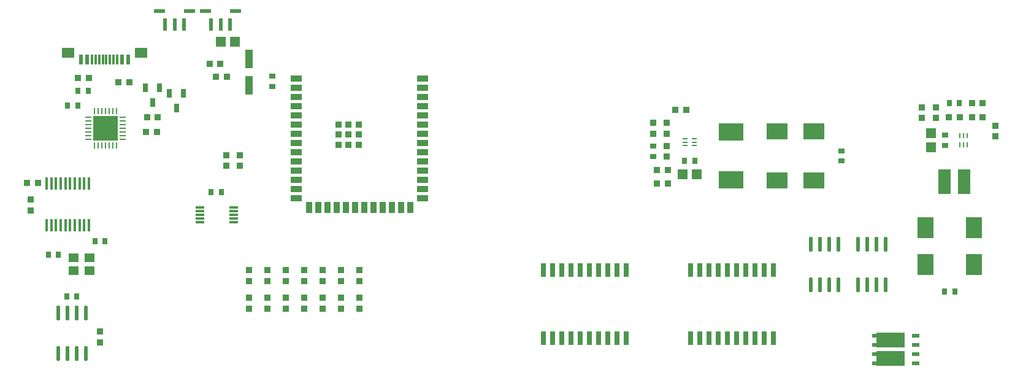
<source format=gtp>
G04 #@! TF.GenerationSoftware,KiCad,Pcbnew,8.0.6*
G04 #@! TF.CreationDate,2025-05-06T21:58:27+02:00*
G04 #@! TF.ProjectId,VCU2.0,56435532-2e30-42e6-9b69-6361645f7063,rev?*
G04 #@! TF.SameCoordinates,Original*
G04 #@! TF.FileFunction,Paste,Top*
G04 #@! TF.FilePolarity,Positive*
%FSLAX46Y46*%
G04 Gerber Fmt 4.6, Leading zero omitted, Abs format (unit mm)*
G04 Created by KiCad (PCBNEW 8.0.6) date 2025-05-06 21:58:27*
%MOMM*%
%LPD*%
G01*
G04 APERTURE LIST*
%ADD10R,0.700000X1.925000*%
%ADD11R,0.600000X1.700000*%
%ADD12R,1.524003X0.600000*%
%ADD13R,1.000000X0.600000*%
%ADD14R,3.900000X2.100000*%
%ADD15O,0.588011X2.045009*%
%ADD16R,0.806477X0.864008*%
%ADD17R,0.864008X0.806477*%
%ADD18R,0.900000X0.800000*%
%ADD19R,0.800000X0.900000*%
%ADD20R,1.750013X3.500000*%
%ADD21R,1.410008X1.350013*%
%ADD22R,1.400000X1.200000*%
%ADD23R,0.680010X0.280010*%
%ADD24R,3.000000X2.300000*%
%ADD25R,2.300000X3.000000*%
%ADD26R,3.350013X3.350013*%
%ADD27R,0.905004X0.280010*%
%ADD28R,0.280010X0.905004*%
%ADD29O,0.364008X1.742012*%
%ADD30R,3.420015X2.424003*%
%ADD31R,0.300000X1.450013*%
%ADD32R,0.600000X1.450013*%
%ADD33R,1.800000X1.450013*%
%ADD34R,0.700000X1.250013*%
%ADD35R,1.500000X0.900000*%
%ADD36R,0.900000X1.500000*%
%ADD37R,0.900000X0.900000*%
%ADD38R,0.280010X0.680010*%
%ADD39R,1.100000X2.600000*%
%ADD40R,1.300000X0.300000*%
%ADD41R,1.350013X1.410008*%
G04 APERTURE END LIST*
D10*
G04 #@! TO.C,IC603*
X130175000Y-143510000D03*
X128905000Y-143510000D03*
X127635000Y-143510000D03*
X126365000Y-143510000D03*
X125095000Y-143510000D03*
X123825000Y-143510000D03*
X122555000Y-143510000D03*
X121285000Y-143510000D03*
X120015000Y-143510000D03*
X118745000Y-143510000D03*
X118745000Y-152934000D03*
X120015000Y-152934000D03*
X121285000Y-152934000D03*
X122555000Y-152934000D03*
X123825000Y-152934000D03*
X125095000Y-152934000D03*
X126365000Y-152934000D03*
X127635000Y-152934000D03*
X128905000Y-152934000D03*
X130175000Y-152934000D03*
G04 #@! TD*
G04 #@! TO.C,IC602*
X109855000Y-143510000D03*
X108585000Y-143510000D03*
X107315000Y-143510000D03*
X106045000Y-143510000D03*
X104775000Y-143510000D03*
X103505000Y-143510000D03*
X102235000Y-143510000D03*
X100965000Y-143510000D03*
X99695000Y-143510000D03*
X98425000Y-143510000D03*
X98425000Y-152934000D03*
X99695000Y-152934000D03*
X100965000Y-152934000D03*
X102235000Y-152934000D03*
X103505000Y-152934000D03*
X104775000Y-152934000D03*
X106045000Y-152934000D03*
X107315000Y-152934000D03*
X108585000Y-152934000D03*
X109855000Y-152934000D03*
G04 #@! TD*
D11*
G04 #@! TO.C,U307*
X52572917Y-109661987D03*
X53848000Y-109661987D03*
X55123083Y-109661987D03*
D12*
X51786024Y-107762064D03*
X55909976Y-107762064D03*
G04 #@! TD*
D11*
G04 #@! TO.C,U306*
X46222917Y-109661987D03*
X47498000Y-109661987D03*
X48773083Y-109661987D03*
D12*
X45436024Y-107762064D03*
X49559976Y-107762064D03*
G04 #@! TD*
D13*
G04 #@! TO.C,U603*
X144282180Y-152527072D03*
X144282180Y-153797075D03*
X144282180Y-155067077D03*
X144281926Y-156337080D03*
D14*
X146336028Y-153164106D03*
X146336028Y-155700047D03*
D13*
X149850125Y-152527072D03*
X149850125Y-153797075D03*
X149850125Y-155067077D03*
X149850125Y-156337080D03*
G04 #@! TD*
D15*
G04 #@! TO.C,U602*
X135304958Y-145520416D03*
X136574961Y-145520416D03*
X137844963Y-145520416D03*
X139114966Y-145520416D03*
X135304958Y-139975584D03*
X136574961Y-139975584D03*
X137844963Y-139975584D03*
X139114966Y-139975584D03*
G04 #@! TD*
G04 #@! TO.C,U601*
X141858996Y-145520416D03*
X143128999Y-145520416D03*
X144399001Y-145520416D03*
X145669004Y-145520416D03*
X141858996Y-139975584D03*
X143128999Y-139975584D03*
X144399001Y-139975584D03*
X145669004Y-139975584D03*
G04 #@! TD*
D16*
G04 #@! TO.C,R212*
X155899401Y-122420472D03*
X154392669Y-122420472D03*
G04 #@! TD*
D17*
G04 #@! TO.C,R407*
X65405000Y-147320000D03*
X65405000Y-148826732D03*
G04 #@! TD*
D16*
G04 #@! TO.C,R210*
X157567669Y-122420472D03*
X159074401Y-122420472D03*
G04 #@! TD*
D17*
G04 #@! TO.C,R206*
X115451634Y-126373634D03*
X115451634Y-127880366D03*
G04 #@! TD*
D18*
G04 #@! TO.C,C303*
X60960000Y-118175025D03*
X60960000Y-116774975D03*
G04 #@! TD*
D19*
G04 #@! TO.C,C202*
X117926609Y-128397000D03*
X119326659Y-128397000D03*
G04 #@! TD*
G04 #@! TO.C,C305*
X34163000Y-120777000D03*
X32762950Y-120777000D03*
G04 #@! TD*
D20*
G04 #@! TO.C,L202*
X153771130Y-131310472D03*
X156520940Y-131310472D03*
G04 #@! TD*
D21*
G04 #@! TO.C,C201*
X117626634Y-130302000D03*
X119626634Y-130302000D03*
G04 #@! TD*
D17*
G04 #@! TO.C,R409*
X70485000Y-147320000D03*
X70485000Y-148826732D03*
G04 #@! TD*
G04 #@! TO.C,R204*
X115451634Y-124705366D03*
X115451634Y-123198634D03*
G04 #@! TD*
D16*
G04 #@! TO.C,R307*
X39759634Y-117602000D03*
X41266366Y-117602000D03*
G04 #@! TD*
D22*
G04 #@! TO.C,X401*
X35760159Y-141847955D03*
X33560007Y-141847955D03*
X33560007Y-143547981D03*
X35760159Y-143547981D03*
G04 #@! TD*
D17*
G04 #@! TO.C,R403*
X37200083Y-153492968D03*
X37200083Y-151986236D03*
G04 #@! TD*
D21*
G04 #@! TO.C,C301*
X55864000Y-112014000D03*
X53864000Y-112014000D03*
G04 #@! TD*
D23*
G04 #@! TO.C,U201*
X117986629Y-126356975D03*
X117986629Y-125857102D03*
X117986629Y-125356975D03*
X119266791Y-125356975D03*
X119266791Y-125857102D03*
X119266791Y-126356975D03*
G04 #@! TD*
D24*
G04 #@! TO.C,C204*
X130691634Y-124409574D03*
X130691634Y-131114426D03*
G04 #@! TD*
G04 #@! TO.C,C205*
X135771634Y-124409574D03*
X135771634Y-131114426D03*
G04 #@! TD*
D17*
G04 #@! TO.C,R202*
X113546634Y-123198634D03*
X113546634Y-124705366D03*
G04 #@! TD*
D16*
G04 #@! TO.C,R203*
X115570000Y-131572000D03*
X114063268Y-131572000D03*
G04 #@! TD*
D25*
G04 #@! TO.C,C211*
X157863461Y-142740472D03*
X151158609Y-142740472D03*
G04 #@! TD*
D17*
G04 #@! TO.C,R405*
X60325000Y-147320000D03*
X60325000Y-148826732D03*
G04 #@! TD*
G04 #@! TO.C,R209*
X150701035Y-122538838D03*
X150701035Y-121032106D03*
G04 #@! TD*
G04 #@! TO.C,R415*
X67945000Y-143510000D03*
X67945000Y-145016732D03*
G04 #@! TD*
D26*
G04 #@! TO.C,U303*
X37973000Y-123952000D03*
D27*
X40350445Y-122452127D03*
X40350445Y-122952000D03*
X40350445Y-123452127D03*
X40350445Y-123952000D03*
X40350445Y-124452127D03*
X40350445Y-124952000D03*
X40350445Y-125452127D03*
D28*
X39472873Y-126329445D03*
X38973000Y-126329445D03*
X38472873Y-126329445D03*
X37973000Y-126329445D03*
X37472873Y-126329445D03*
X36973000Y-126329445D03*
X36472873Y-126329445D03*
D27*
X35595555Y-125452127D03*
X35595555Y-124952000D03*
X35595555Y-124452127D03*
X35595555Y-123952000D03*
X35595555Y-123452127D03*
X35595555Y-122952000D03*
X35595555Y-122452127D03*
D28*
X36472873Y-121574555D03*
X36973000Y-121574555D03*
X37472873Y-121574555D03*
X37973000Y-121574555D03*
X38472873Y-121574555D03*
X38973000Y-121574555D03*
X39472873Y-121574555D03*
G04 #@! TD*
D19*
G04 #@! TO.C,C212*
X155211060Y-146504702D03*
X153811010Y-146504702D03*
G04 #@! TD*
D16*
G04 #@! TO.C,R205*
X114063268Y-129667000D03*
X115570000Y-129667000D03*
G04 #@! TD*
G04 #@! TO.C,R301*
X54728366Y-116840000D03*
X53221634Y-116840000D03*
G04 #@! TD*
G04 #@! TO.C,R201*
X116603268Y-121412000D03*
X118110000Y-121412000D03*
G04 #@! TD*
D17*
G04 #@! TO.C,R211*
X152606035Y-122538838D03*
X152606035Y-121032106D03*
G04 #@! TD*
D29*
G04 #@! TO.C,U402*
X29830013Y-137313936D03*
X30480000Y-137313936D03*
X31129988Y-137313936D03*
X31779975Y-137313936D03*
X32430216Y-137313936D03*
X33080204Y-137313936D03*
X33730191Y-137313936D03*
X34380178Y-137313936D03*
X35030166Y-137313936D03*
X35680153Y-137313936D03*
X35680153Y-131572000D03*
X35030166Y-131572000D03*
X34380178Y-131572000D03*
X33730191Y-131572000D03*
X33080204Y-131572000D03*
X32430216Y-131572000D03*
X31779975Y-131572000D03*
X31129988Y-131572000D03*
X30480000Y-131572000D03*
X29830013Y-131572000D03*
G04 #@! TD*
D17*
G04 #@! TO.C,R406*
X62865000Y-147320000D03*
X62865000Y-148826732D03*
G04 #@! TD*
G04 #@! TO.C,R303*
X54610000Y-129141732D03*
X54610000Y-127635000D03*
G04 #@! TD*
G04 #@! TO.C,R417*
X73025000Y-143510000D03*
X73025000Y-145016732D03*
G04 #@! TD*
D30*
G04 #@! TO.C,L201*
X124341634Y-131040131D03*
X124341634Y-124483869D03*
G04 #@! TD*
D17*
G04 #@! TO.C,R412*
X60325000Y-143510000D03*
X60325000Y-145016732D03*
G04 #@! TD*
D31*
G04 #@! TO.C,U305*
X39597926Y-114441894D03*
X38597926Y-114441894D03*
X37097799Y-114441894D03*
X36097799Y-114441894D03*
D32*
X34597977Y-114441894D03*
X35397977Y-114441894D03*
D31*
X36597926Y-114441894D03*
X37597926Y-114441894D03*
X38097799Y-114441894D03*
X39097799Y-114441894D03*
D32*
X40297977Y-114441894D03*
X41097977Y-114441894D03*
D33*
X32778013Y-113527010D03*
X42917967Y-113527010D03*
G04 #@! TD*
D19*
G04 #@! TO.C,C402*
X37900108Y-139522968D03*
X36500058Y-139522968D03*
G04 #@! TD*
D17*
G04 #@! TO.C,R414*
X65405000Y-143510000D03*
X65405000Y-145016732D03*
G04 #@! TD*
D19*
G04 #@! TO.C,C209*
X154446010Y-120515472D03*
X155846060Y-120515472D03*
G04 #@! TD*
D18*
G04 #@! TO.C,C206*
X139581634Y-127061975D03*
X139581634Y-128462025D03*
G04 #@! TD*
D34*
G04 #@! TO.C,U302*
X48701962Y-119142000D03*
X46802038Y-119142000D03*
X47752000Y-121142000D03*
G04 #@! TD*
D16*
G04 #@! TO.C,R304*
X52324000Y-115062000D03*
X53830732Y-115062000D03*
G04 #@! TD*
D17*
G04 #@! TO.C,R408*
X67945000Y-147320000D03*
X67945000Y-148826732D03*
G04 #@! TD*
D16*
G04 #@! TO.C,R305*
X45203366Y-122428000D03*
X43696634Y-122428000D03*
G04 #@! TD*
D18*
G04 #@! TO.C,C208*
X153876035Y-124895447D03*
X153876035Y-126295497D03*
G04 #@! TD*
D19*
G04 #@! TO.C,C404*
X53975000Y-132715000D03*
X52574950Y-132715000D03*
G04 #@! TD*
D16*
G04 #@! TO.C,R401*
X27175717Y-131521968D03*
X28682449Y-131521968D03*
G04 #@! TD*
D17*
G04 #@! TO.C,R410*
X73025000Y-147320000D03*
X73025000Y-148826732D03*
G04 #@! TD*
D16*
G04 #@! TO.C,R208*
X159074401Y-120515472D03*
X157567669Y-120515472D03*
G04 #@! TD*
D17*
G04 #@! TO.C,R404*
X57785000Y-147320000D03*
X57785000Y-148826732D03*
G04 #@! TD*
D15*
G04 #@! TO.C,U401*
X35295087Y-149450552D03*
X34025084Y-149450552D03*
X32755082Y-149450552D03*
X31485079Y-149450552D03*
X31485079Y-154995384D03*
X32755082Y-154995384D03*
X34025084Y-154995384D03*
X35295087Y-154995384D03*
G04 #@! TD*
D18*
G04 #@! TO.C,C203*
X113546634Y-127827025D03*
X113546634Y-126426975D03*
G04 #@! TD*
D25*
G04 #@! TO.C,C210*
X157863461Y-137660472D03*
X151158609Y-137660472D03*
G04 #@! TD*
D17*
G04 #@! TO.C,R302*
X56515000Y-129141732D03*
X56515000Y-127635000D03*
G04 #@! TD*
D35*
G04 #@! TO.C,U301*
X64274936Y-117098542D03*
X64274936Y-118368545D03*
X64274936Y-119638547D03*
X64274936Y-120908550D03*
X64274936Y-122178552D03*
X64274936Y-123448555D03*
X64274936Y-124718557D03*
X64274936Y-125988560D03*
X64274936Y-127258563D03*
X64274936Y-128528565D03*
X64274936Y-129798568D03*
X64274936Y-131068570D03*
X64274936Y-132338573D03*
X64274936Y-133608575D03*
D36*
X66039986Y-134888484D03*
X67309989Y-134888484D03*
X68579991Y-134888484D03*
X69849994Y-134888484D03*
X71119996Y-134888484D03*
X72389999Y-134888484D03*
X73660001Y-134888484D03*
X74930004Y-134888484D03*
X76200006Y-134888484D03*
X77470009Y-134888484D03*
X78740011Y-134888484D03*
X80010014Y-134858512D03*
D35*
X81775064Y-133608575D03*
X81775064Y-132338573D03*
X81775064Y-131068570D03*
X81775064Y-129798568D03*
X81775064Y-128528565D03*
X81775064Y-127258563D03*
X81775064Y-125988560D03*
X81775064Y-124718557D03*
X81775064Y-123448555D03*
X81775064Y-122178552D03*
X81775064Y-120908550D03*
X81775064Y-119638547D03*
X81775064Y-118368545D03*
X81775064Y-117098542D03*
D37*
X70124822Y-123418583D03*
X70124822Y-124818634D03*
X70124822Y-126218684D03*
X71524873Y-123418583D03*
X71524873Y-124818634D03*
X71524873Y-126218684D03*
X72924924Y-123418583D03*
X72924924Y-124818634D03*
X72924924Y-126218684D03*
G04 #@! TD*
D38*
G04 #@! TO.C,U202*
X155916060Y-124955467D03*
X156415933Y-124955467D03*
X156916060Y-124955467D03*
X156916060Y-126235629D03*
X156415933Y-126235629D03*
X155916060Y-126235629D03*
G04 #@! TD*
D19*
G04 #@! TO.C,C401*
X32625033Y-147142968D03*
X34025083Y-147142968D03*
G04 #@! TD*
G04 #@! TO.C,C403*
X30085033Y-141427968D03*
X31485083Y-141427968D03*
G04 #@! TD*
D17*
G04 #@! TO.C,R416*
X70485000Y-143510000D03*
X70485000Y-145016732D03*
G04 #@! TD*
G04 #@! TO.C,R413*
X62865000Y-143510000D03*
X62865000Y-145016732D03*
G04 #@! TD*
G04 #@! TO.C,R411*
X57785000Y-143510000D03*
X57785000Y-145016732D03*
G04 #@! TD*
D19*
G04 #@! TO.C,C304*
X34200194Y-118775303D03*
X35600244Y-118775303D03*
G04 #@! TD*
D16*
G04 #@! TO.C,R308*
X34163000Y-116967000D03*
X35669732Y-116967000D03*
G04 #@! TD*
D34*
G04 #@! TO.C,U304*
X45399962Y-118380000D03*
X43500038Y-118380000D03*
X44450000Y-120380000D03*
G04 #@! TD*
D39*
G04 #@! TO.C,C302*
X57785000Y-118004975D03*
X57785000Y-114405025D03*
G04 #@! TD*
D40*
G04 #@! TO.C,U403*
X50989987Y-134890127D03*
X50989987Y-135390000D03*
X50989987Y-135889873D03*
X50989987Y-136390000D03*
X50989987Y-136890127D03*
X55690013Y-136889873D03*
X55690013Y-136390000D03*
X55690013Y-135890127D03*
X55690013Y-135390000D03*
X55690013Y-134889873D03*
G04 #@! TD*
D41*
G04 #@! TO.C,C207*
X151971035Y-124595472D03*
X151971035Y-126595472D03*
G04 #@! TD*
D16*
G04 #@! TO.C,R306*
X45072881Y-124460000D03*
X43566149Y-124460000D03*
G04 #@! TD*
D17*
G04 #@! TO.C,R402*
X27675083Y-135314700D03*
X27675083Y-133807968D03*
G04 #@! TD*
G04 #@! TO.C,R207*
X160861035Y-123572106D03*
X160861035Y-125078838D03*
G04 #@! TD*
M02*

</source>
